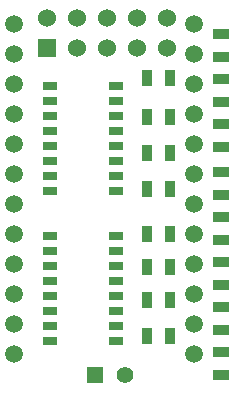
<source format=gts>
G04 (created by PCBNEW (2013-07-07 BZR 4022)-stable) date 11/1/2014 8:09:35 PM*
%MOIN*%
G04 Gerber Fmt 3.4, Leading zero omitted, Abs format*
%FSLAX34Y34*%
G01*
G70*
G90*
G04 APERTURE LIST*
%ADD10C,0.00590551*%
%ADD11R,0.05X0.025*%
%ADD12R,0.055X0.035*%
%ADD13R,0.035X0.055*%
%ADD14R,0.055X0.055*%
%ADD15C,0.055*%
%ADD16R,0.06X0.06*%
%ADD17C,0.06*%
%ADD18C,0.0590551*%
G04 APERTURE END LIST*
G54D10*
G54D11*
X145100Y-90050D03*
X145100Y-90550D03*
X145100Y-91050D03*
X145100Y-91550D03*
X145100Y-92050D03*
X145100Y-92550D03*
X145100Y-93050D03*
X145100Y-93550D03*
X147300Y-93550D03*
X147300Y-93050D03*
X147300Y-92550D03*
X147300Y-92050D03*
X147300Y-91550D03*
X147300Y-91050D03*
X147300Y-90550D03*
X147300Y-90050D03*
X145100Y-95050D03*
X145100Y-95550D03*
X145100Y-96050D03*
X145100Y-96550D03*
X145100Y-97050D03*
X145100Y-97550D03*
X145100Y-98050D03*
X145100Y-98550D03*
X147300Y-98550D03*
X147300Y-98050D03*
X147300Y-97550D03*
X147300Y-97050D03*
X147300Y-96550D03*
X147300Y-96050D03*
X147300Y-95550D03*
X147300Y-95050D03*
G54D12*
X150800Y-97425D03*
X150800Y-98175D03*
G54D13*
X148325Y-98400D03*
X149075Y-98400D03*
X148325Y-97200D03*
X149075Y-97200D03*
X148325Y-96100D03*
X149075Y-96100D03*
X148325Y-95000D03*
X149075Y-95000D03*
X148325Y-93500D03*
X149075Y-93500D03*
X148325Y-92300D03*
X149075Y-92300D03*
X148325Y-91100D03*
X149075Y-91100D03*
X148325Y-89800D03*
X149075Y-89800D03*
G54D12*
X150800Y-98925D03*
X150800Y-99675D03*
X150800Y-95925D03*
X150800Y-96675D03*
X150800Y-94425D03*
X150800Y-95175D03*
X150800Y-92925D03*
X150800Y-93675D03*
X150800Y-91325D03*
X150800Y-92075D03*
X150800Y-89825D03*
X150800Y-90575D03*
X150800Y-88325D03*
X150800Y-89075D03*
G54D14*
X146600Y-99700D03*
G54D15*
X147600Y-99700D03*
G54D16*
X145000Y-88800D03*
G54D17*
X145000Y-87800D03*
X146000Y-88800D03*
X146000Y-87800D03*
X147000Y-88800D03*
X147000Y-87800D03*
X148000Y-88800D03*
X148000Y-87800D03*
X149000Y-88800D03*
X149000Y-87800D03*
G54D18*
X149900Y-88000D03*
X149900Y-99000D03*
X149900Y-98000D03*
X149900Y-97000D03*
X149900Y-96000D03*
X149900Y-95000D03*
X149900Y-94000D03*
X149900Y-93000D03*
X149900Y-92000D03*
X149900Y-91000D03*
X149900Y-90000D03*
X149900Y-89000D03*
X143900Y-89000D03*
X143900Y-90000D03*
X143900Y-91000D03*
X143900Y-92000D03*
X143900Y-93000D03*
X143900Y-94000D03*
X143900Y-95000D03*
X143900Y-96000D03*
X143900Y-97000D03*
X143900Y-98000D03*
X143900Y-99000D03*
X143900Y-88000D03*
M02*

</source>
